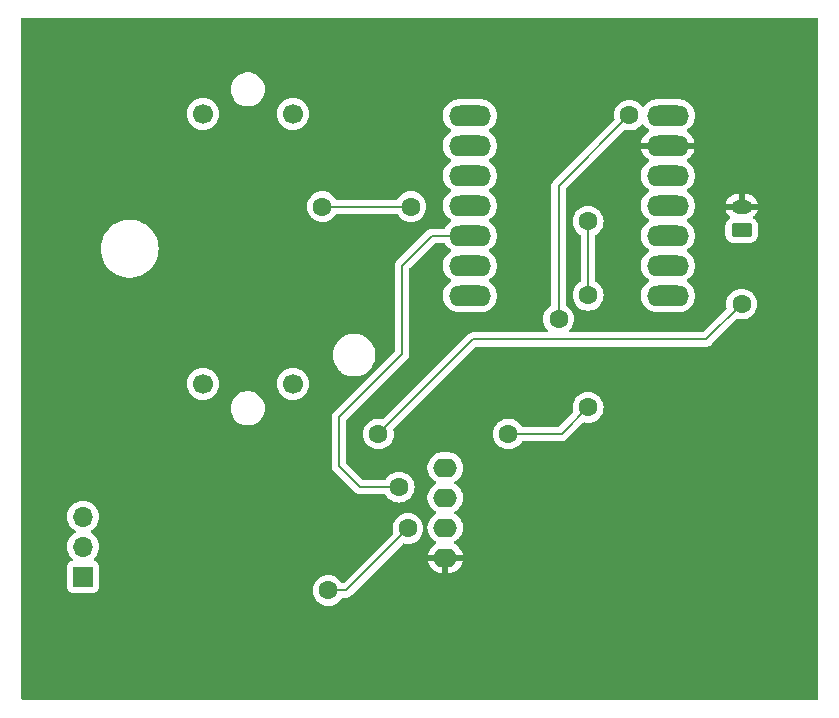
<source format=gbr>
%TF.GenerationSoftware,KiCad,Pcbnew,8.0.8*%
%TF.CreationDate,2025-02-12T17:19:00-08:00*%
%TF.ProjectId,Lab3v2,4c616233-7632-42e6-9b69-6361645f7063,V1*%
%TF.SameCoordinates,Original*%
%TF.FileFunction,Copper,L2,Bot*%
%TF.FilePolarity,Positive*%
%FSLAX46Y46*%
G04 Gerber Fmt 4.6, Leading zero omitted, Abs format (unit mm)*
G04 Created by KiCad (PCBNEW 8.0.8) date 2025-02-12 17:19:00*
%MOMM*%
%LPD*%
G01*
G04 APERTURE LIST*
G04 Aperture macros list*
%AMRoundRect*
0 Rectangle with rounded corners*
0 $1 Rounding radius*
0 $2 $3 $4 $5 $6 $7 $8 $9 X,Y pos of 4 corners*
0 Add a 4 corners polygon primitive as box body*
4,1,4,$2,$3,$4,$5,$6,$7,$8,$9,$2,$3,0*
0 Add four circle primitives for the rounded corners*
1,1,$1+$1,$2,$3*
1,1,$1+$1,$4,$5*
1,1,$1+$1,$6,$7*
1,1,$1+$1,$8,$9*
0 Add four rect primitives between the rounded corners*
20,1,$1+$1,$2,$3,$4,$5,0*
20,1,$1+$1,$4,$5,$6,$7,0*
20,1,$1+$1,$6,$7,$8,$9,0*
20,1,$1+$1,$8,$9,$2,$3,0*%
G04 Aperture macros list end*
%TA.AperFunction,ComponentPad*%
%ADD10R,1.700000X1.700000*%
%TD*%
%TA.AperFunction,ComponentPad*%
%ADD11O,1.700000X1.700000*%
%TD*%
%TA.AperFunction,ComponentPad*%
%ADD12O,2.000000X1.600000*%
%TD*%
%TA.AperFunction,ComponentPad*%
%ADD13C,1.700000*%
%TD*%
%TA.AperFunction,ComponentPad*%
%ADD14O,3.556000X1.778000*%
%TD*%
%TA.AperFunction,ComponentPad*%
%ADD15RoundRect,0.250000X0.625000X-0.350000X0.625000X0.350000X-0.625000X0.350000X-0.625000X-0.350000X0*%
%TD*%
%TA.AperFunction,ComponentPad*%
%ADD16O,1.750000X1.200000*%
%TD*%
%TA.AperFunction,ViaPad*%
%ADD17C,1.600000*%
%TD*%
%TA.AperFunction,Conductor*%
%ADD18C,0.200000*%
%TD*%
G04 APERTURE END LIST*
D10*
%TO.P,SW1,1,A*%
%TO.N,Net-(Brd1-VCC)*%
X109250000Y-115330000D03*
D11*
%TO.P,SW1,2,B*%
%TO.N,Net-(BT1-+)*%
X109250000Y-112790000D03*
%TO.P,SW1,3,C*%
%TO.N,unconnected-(SW1-C-Pad3)*%
X109250000Y-110250000D03*
%TD*%
D12*
%TO.P,Brd1,1,GND*%
%TO.N,GND*%
X139900000Y-113720000D03*
%TO.P,Brd1,2,VCC*%
%TO.N,Net-(Brd1-VCC)*%
X139900000Y-111180000D03*
%TO.P,Brd1,3,SCL*%
%TO.N,Net-(Brd1-SCL)*%
X139900000Y-108640000D03*
%TO.P,Brd1,4,SDA*%
%TO.N,Net-(Brd1-SDA)*%
X139900000Y-106100000D03*
%TD*%
D13*
%TO.P,M1,1*%
%TO.N,Net-(U3-PA02_A0_D0)*%
X119380000Y-76140000D03*
%TO.P,M1,2,-*%
%TO.N,Net-(M1--)*%
X127000000Y-76140000D03*
%TO.P,M1,3*%
%TO.N,Net-(U3-PA10_A2_D2)*%
X127000000Y-99000000D03*
%TO.P,M1,4*%
%TO.N,Net-(U3-PA11_A3_D3)*%
X119380000Y-99000000D03*
%TD*%
D14*
%TO.P,U3,1,PA02_A0_D0*%
%TO.N,Net-(U3-PA02_A0_D0)*%
X141998000Y-76300000D03*
%TO.P,U3,2,PA4_A1_D1*%
%TO.N,Net-(M1--)*%
X141998000Y-78840000D03*
%TO.P,U3,3,PA10_A2_D2*%
%TO.N,Net-(U3-PA10_A2_D2)*%
X141998000Y-81380000D03*
%TO.P,U3,4,PA11_A3_D3*%
%TO.N,Net-(U3-PA11_A3_D3)*%
X141998000Y-83920000D03*
%TO.P,U3,5,PA8_A4_D4_SDA*%
%TO.N,Net-(Brd1-SDA)*%
X141998000Y-86460000D03*
%TO.P,U3,6,PA9_A5_D5_SCL*%
%TO.N,Net-(Brd1-SCL)*%
X141998000Y-89000000D03*
%TO.P,U3,7,PB08_A6_D6_TX*%
%TO.N,unconnected-(U3-PB08_A6_D6_TX-Pad7)*%
X141998000Y-91540000D03*
%TO.P,U3,8,5V*%
%TO.N,Net-(Brd1-VCC)*%
X158762000Y-76300000D03*
%TO.P,U3,9,GND*%
%TO.N,GND*%
X158762000Y-78840000D03*
%TO.P,U3,10,3V3*%
%TO.N,unconnected-(U3-3V3-Pad10)*%
X158762000Y-81380000D03*
%TO.P,U3,11,PA6_A10_D10_MOSI*%
%TO.N,Net-(D4-A)*%
X158762000Y-83920000D03*
%TO.P,U3,12,PA5_A9_D9_MISO*%
%TO.N,unconnected-(U3-PA5_A9_D9_MISO-Pad12)*%
X158762000Y-86460000D03*
%TO.P,U3,13,PA7_A8_D8_SCK*%
%TO.N,unconnected-(U3-PA7_A8_D8_SCK-Pad13)*%
X158762000Y-89000000D03*
%TO.P,U3,14,PB09_A7_D7_RX*%
%TO.N,unconnected-(U3-PB09_A7_D7_RX-Pad14)*%
X158762000Y-91540000D03*
%TD*%
D15*
%TO.P,BT1,1,+*%
%TO.N,Net-(BT1-+)*%
X165000000Y-86000000D03*
D16*
%TO.P,BT1,2,-*%
%TO.N,GND*%
X165000000Y-84000000D03*
%TD*%
D17*
%TO.N,Net-(Brd1-SDA)*%
X136000000Y-107750000D03*
%TO.N,Net-(Brd1-SCL)*%
X152000000Y-85250000D03*
X152000000Y-91500000D03*
X145250000Y-103250000D03*
X152000000Y-101000000D03*
%TO.N,Net-(Brd1-VCC)*%
X149500000Y-93500000D03*
X155500000Y-76250000D03*
X130000000Y-116500000D03*
X136750000Y-111250000D03*
%TO.N,Net-(BT1-+)*%
X165000000Y-92250000D03*
X134250000Y-103250000D03*
%TO.N,Net-(U3-PA11_A3_D3)*%
X137000000Y-84000000D03*
X129500000Y-84000000D03*
%TD*%
D18*
%TO.N,Net-(Brd1-SCL)*%
X149750000Y-103250000D02*
X152000000Y-101000000D01*
X145250000Y-103250000D02*
X149750000Y-103250000D01*
%TO.N,Net-(BT1-+)*%
X162000000Y-95250000D02*
X165000000Y-92250000D01*
X142250000Y-95250000D02*
X162000000Y-95250000D01*
X134250000Y-103250000D02*
X142250000Y-95250000D01*
%TO.N,Net-(Brd1-SDA)*%
X136250000Y-96500000D02*
X136250000Y-89000000D01*
X136250000Y-89000000D02*
X138790000Y-86460000D01*
X138790000Y-86460000D02*
X142760000Y-86460000D01*
X130900000Y-101850000D02*
X136250000Y-96500000D01*
X136000000Y-107750000D02*
X132694365Y-107750000D01*
X132694365Y-107750000D02*
X130900000Y-105955635D01*
X130900000Y-105955635D02*
X130900000Y-101850000D01*
%TO.N,Net-(Brd1-SCL)*%
X152000000Y-91500000D02*
X152000000Y-85250000D01*
%TO.N,Net-(Brd1-VCC)*%
X149500000Y-82250000D02*
X155500000Y-76250000D01*
X149500000Y-93500000D02*
X149500000Y-82250000D01*
X131500000Y-116500000D02*
X136750000Y-111250000D01*
X130000000Y-116500000D02*
X131500000Y-116500000D01*
%TO.N,Net-(U3-PA11_A3_D3)*%
X129500000Y-84000000D02*
X137000000Y-84000000D01*
%TD*%
%TA.AperFunction,Conductor*%
%TO.N,GND*%
G36*
X171442539Y-68020185D02*
G01*
X171488294Y-68072989D01*
X171499500Y-68124500D01*
X171499500Y-125625500D01*
X171479815Y-125692539D01*
X171427011Y-125738294D01*
X171375500Y-125749500D01*
X104124500Y-125749500D01*
X104057461Y-125729815D01*
X104011706Y-125677011D01*
X104000500Y-125625500D01*
X104000500Y-110249999D01*
X107894341Y-110249999D01*
X107894341Y-110250000D01*
X107914936Y-110485403D01*
X107914938Y-110485413D01*
X107976094Y-110713655D01*
X107976096Y-110713659D01*
X107976097Y-110713663D01*
X108017990Y-110803502D01*
X108075965Y-110927830D01*
X108075967Y-110927834D01*
X108211501Y-111121395D01*
X108211506Y-111121402D01*
X108378597Y-111288493D01*
X108378603Y-111288498D01*
X108564158Y-111418425D01*
X108607783Y-111473002D01*
X108614977Y-111542500D01*
X108583454Y-111604855D01*
X108564158Y-111621575D01*
X108378597Y-111751505D01*
X108211505Y-111918597D01*
X108075965Y-112112169D01*
X108075964Y-112112171D01*
X107976098Y-112326335D01*
X107976094Y-112326344D01*
X107914938Y-112554586D01*
X107914936Y-112554596D01*
X107894341Y-112789999D01*
X107894341Y-112790000D01*
X107914936Y-113025403D01*
X107914938Y-113025413D01*
X107976094Y-113253655D01*
X107976096Y-113253659D01*
X107976097Y-113253663D01*
X108050394Y-113412993D01*
X108075965Y-113467830D01*
X108075967Y-113467834D01*
X108077484Y-113470000D01*
X108211501Y-113661396D01*
X108211506Y-113661402D01*
X108333430Y-113783326D01*
X108366915Y-113844649D01*
X108361931Y-113914341D01*
X108320059Y-113970274D01*
X108289083Y-113987189D01*
X108157669Y-114036203D01*
X108157664Y-114036206D01*
X108042455Y-114122452D01*
X108042452Y-114122455D01*
X107956206Y-114237664D01*
X107956202Y-114237671D01*
X107905908Y-114372517D01*
X107902809Y-114401349D01*
X107899501Y-114432123D01*
X107899500Y-114432135D01*
X107899500Y-116227870D01*
X107899501Y-116227876D01*
X107905908Y-116287483D01*
X107956202Y-116422328D01*
X107956206Y-116422335D01*
X108042452Y-116537544D01*
X108042455Y-116537547D01*
X108157664Y-116623793D01*
X108157671Y-116623797D01*
X108292517Y-116674091D01*
X108292516Y-116674091D01*
X108299444Y-116674835D01*
X108352127Y-116680500D01*
X110147872Y-116680499D01*
X110207483Y-116674091D01*
X110342331Y-116623796D01*
X110457546Y-116537546D01*
X110485654Y-116499998D01*
X128694532Y-116499998D01*
X128694532Y-116500001D01*
X128714364Y-116726686D01*
X128714366Y-116726697D01*
X128773258Y-116946488D01*
X128773261Y-116946497D01*
X128869431Y-117152732D01*
X128869432Y-117152734D01*
X128999954Y-117339141D01*
X129160858Y-117500045D01*
X129160861Y-117500047D01*
X129347266Y-117630568D01*
X129553504Y-117726739D01*
X129773308Y-117785635D01*
X129935230Y-117799801D01*
X129999998Y-117805468D01*
X130000000Y-117805468D01*
X130000002Y-117805468D01*
X130056673Y-117800509D01*
X130226692Y-117785635D01*
X130446496Y-117726739D01*
X130652734Y-117630568D01*
X130839139Y-117500047D01*
X131000047Y-117339139D01*
X131130118Y-117153375D01*
X131184693Y-117109752D01*
X131231692Y-117100500D01*
X131413331Y-117100500D01*
X131413347Y-117100501D01*
X131420943Y-117100501D01*
X131579054Y-117100501D01*
X131579057Y-117100501D01*
X131731785Y-117059577D01*
X131781904Y-117030639D01*
X131868716Y-116980520D01*
X131980520Y-116868716D01*
X131980520Y-116868714D01*
X131990728Y-116858507D01*
X131990730Y-116858504D01*
X136307294Y-112541939D01*
X136368615Y-112508456D01*
X136427066Y-112509847D01*
X136438050Y-112512790D01*
X136523308Y-112535635D01*
X136685230Y-112549801D01*
X136749998Y-112555468D01*
X136750000Y-112555468D01*
X136750002Y-112555468D01*
X136806673Y-112550509D01*
X136976692Y-112535635D01*
X137196496Y-112476739D01*
X137402734Y-112380568D01*
X137589139Y-112250047D01*
X137750047Y-112089139D01*
X137880568Y-111902734D01*
X137976739Y-111696496D01*
X138035635Y-111476692D01*
X138055468Y-111250000D01*
X138035635Y-111023308D01*
X137976739Y-110803504D01*
X137880568Y-110597266D01*
X137750047Y-110410861D01*
X137750045Y-110410858D01*
X137589141Y-110249954D01*
X137402734Y-110119432D01*
X137402732Y-110119431D01*
X137196497Y-110023261D01*
X137196488Y-110023258D01*
X136976697Y-109964366D01*
X136976693Y-109964365D01*
X136976692Y-109964365D01*
X136976691Y-109964364D01*
X136976686Y-109964364D01*
X136750002Y-109944532D01*
X136749998Y-109944532D01*
X136523313Y-109964364D01*
X136523302Y-109964366D01*
X136303511Y-110023258D01*
X136303502Y-110023261D01*
X136097267Y-110119431D01*
X136097265Y-110119432D01*
X135910858Y-110249954D01*
X135749954Y-110410858D01*
X135619432Y-110597265D01*
X135619431Y-110597267D01*
X135523261Y-110803502D01*
X135523258Y-110803511D01*
X135464366Y-111023302D01*
X135464364Y-111023313D01*
X135444532Y-111249998D01*
X135444532Y-111250001D01*
X135464364Y-111476686D01*
X135464366Y-111476697D01*
X135490152Y-111572931D01*
X135488489Y-111642781D01*
X135458058Y-111692705D01*
X131306281Y-115844483D01*
X131244958Y-115877968D01*
X131175266Y-115872984D01*
X131119333Y-115831112D01*
X131117025Y-115827925D01*
X131000045Y-115660858D01*
X130839141Y-115499954D01*
X130652734Y-115369432D01*
X130652732Y-115369431D01*
X130446497Y-115273261D01*
X130446488Y-115273258D01*
X130226697Y-115214366D01*
X130226693Y-115214365D01*
X130226692Y-115214365D01*
X130226691Y-115214364D01*
X130226686Y-115214364D01*
X130000002Y-115194532D01*
X129999998Y-115194532D01*
X129773313Y-115214364D01*
X129773302Y-115214366D01*
X129553511Y-115273258D01*
X129553502Y-115273261D01*
X129347267Y-115369431D01*
X129347265Y-115369432D01*
X129160858Y-115499954D01*
X128999954Y-115660858D01*
X128869432Y-115847265D01*
X128869431Y-115847267D01*
X128773261Y-116053502D01*
X128773258Y-116053511D01*
X128714366Y-116273302D01*
X128714364Y-116273313D01*
X128694532Y-116499998D01*
X110485654Y-116499998D01*
X110543796Y-116422331D01*
X110594091Y-116287483D01*
X110600500Y-116227873D01*
X110600499Y-114432128D01*
X110594091Y-114372517D01*
X110543796Y-114237669D01*
X110543795Y-114237668D01*
X110543793Y-114237664D01*
X110457547Y-114122455D01*
X110457544Y-114122452D01*
X110342335Y-114036206D01*
X110342328Y-114036202D01*
X110210917Y-113987189D01*
X110154983Y-113945318D01*
X110130566Y-113879853D01*
X110145418Y-113811580D01*
X110166563Y-113783332D01*
X110288495Y-113661401D01*
X110424035Y-113467830D01*
X110523903Y-113253663D01*
X110585063Y-113025408D01*
X110605659Y-112790000D01*
X110585063Y-112554592D01*
X110523903Y-112326337D01*
X110424035Y-112112171D01*
X110407910Y-112089141D01*
X110288494Y-111918597D01*
X110121402Y-111751506D01*
X110121396Y-111751501D01*
X109935842Y-111621575D01*
X109892217Y-111566998D01*
X109885023Y-111497500D01*
X109916546Y-111435145D01*
X109935842Y-111418425D01*
X109958026Y-111402891D01*
X110121401Y-111288495D01*
X110288495Y-111121401D01*
X110424035Y-110927830D01*
X110523903Y-110713663D01*
X110585063Y-110485408D01*
X110605659Y-110250000D01*
X110585063Y-110014592D01*
X110523903Y-109786337D01*
X110424035Y-109572171D01*
X110364552Y-109487219D01*
X110288494Y-109378597D01*
X110121402Y-109211506D01*
X110121395Y-109211501D01*
X109927834Y-109075967D01*
X109927830Y-109075965D01*
X109841338Y-109035633D01*
X109713663Y-108976097D01*
X109713659Y-108976096D01*
X109713655Y-108976094D01*
X109485413Y-108914938D01*
X109485403Y-108914936D01*
X109250001Y-108894341D01*
X109249999Y-108894341D01*
X109014596Y-108914936D01*
X109014586Y-108914938D01*
X108786344Y-108976094D01*
X108786337Y-108976096D01*
X108786337Y-108976097D01*
X108784960Y-108976739D01*
X108572171Y-109075964D01*
X108572169Y-109075965D01*
X108378597Y-109211505D01*
X108211505Y-109378597D01*
X108075965Y-109572169D01*
X108075964Y-109572171D01*
X107976098Y-109786335D01*
X107976094Y-109786344D01*
X107914938Y-110014586D01*
X107914936Y-110014596D01*
X107894341Y-110249999D01*
X104000500Y-110249999D01*
X104000500Y-106034689D01*
X130299498Y-106034689D01*
X130299499Y-106034692D01*
X130340423Y-106187420D01*
X130340424Y-106187422D01*
X130340423Y-106187422D01*
X130346844Y-106198542D01*
X130346845Y-106198543D01*
X130419477Y-106324347D01*
X130419481Y-106324352D01*
X130538349Y-106443220D01*
X130538355Y-106443225D01*
X132209504Y-108114374D01*
X132209514Y-108114385D01*
X132213844Y-108118715D01*
X132213845Y-108118716D01*
X132325649Y-108230520D01*
X132412460Y-108280639D01*
X132412462Y-108280641D01*
X132462578Y-108309576D01*
X132462580Y-108309577D01*
X132615307Y-108350500D01*
X132615308Y-108350500D01*
X134768308Y-108350500D01*
X134835347Y-108370185D01*
X134869880Y-108403374D01*
X134955480Y-108525624D01*
X134999954Y-108589141D01*
X135160858Y-108750045D01*
X135160861Y-108750047D01*
X135347266Y-108880568D01*
X135553504Y-108976739D01*
X135773308Y-109035635D01*
X135935230Y-109049801D01*
X135999998Y-109055468D01*
X136000000Y-109055468D01*
X136000002Y-109055468D01*
X136056673Y-109050509D01*
X136226692Y-109035635D01*
X136446496Y-108976739D01*
X136652734Y-108880568D01*
X136839139Y-108750047D01*
X137000047Y-108589139D01*
X137130568Y-108402734D01*
X137226739Y-108196496D01*
X137285635Y-107976692D01*
X137305468Y-107750000D01*
X137285635Y-107523308D01*
X137226739Y-107303504D01*
X137130568Y-107097266D01*
X137000047Y-106910861D01*
X137000045Y-106910858D01*
X136839141Y-106749954D01*
X136652734Y-106619432D01*
X136652732Y-106619431D01*
X136446497Y-106523261D01*
X136446488Y-106523258D01*
X136226697Y-106464366D01*
X136226693Y-106464365D01*
X136226692Y-106464365D01*
X136226691Y-106464364D01*
X136226686Y-106464364D01*
X136000002Y-106444532D01*
X135999998Y-106444532D01*
X135773313Y-106464364D01*
X135773302Y-106464366D01*
X135553511Y-106523258D01*
X135553502Y-106523261D01*
X135347267Y-106619431D01*
X135347265Y-106619432D01*
X135160858Y-106749954D01*
X134999954Y-106910858D01*
X134923450Y-107020118D01*
X134869881Y-107096624D01*
X134815307Y-107140248D01*
X134768308Y-107149500D01*
X132994462Y-107149500D01*
X132927423Y-107129815D01*
X132906781Y-107113181D01*
X131791248Y-105997648D01*
X138399500Y-105997648D01*
X138399500Y-106202351D01*
X138431522Y-106404534D01*
X138494781Y-106599223D01*
X138558691Y-106724653D01*
X138571583Y-106749954D01*
X138587715Y-106781613D01*
X138708028Y-106947213D01*
X138852786Y-107091971D01*
X139007749Y-107204556D01*
X139018390Y-107212287D01*
X139109840Y-107258883D01*
X139111080Y-107259515D01*
X139161876Y-107307490D01*
X139178671Y-107375311D01*
X139156134Y-107441446D01*
X139111080Y-107480485D01*
X139018386Y-107527715D01*
X138852786Y-107648028D01*
X138708028Y-107792786D01*
X138587715Y-107958386D01*
X138494781Y-108140776D01*
X138431522Y-108335465D01*
X138399500Y-108537648D01*
X138399500Y-108742352D01*
X138400719Y-108750047D01*
X138431522Y-108944534D01*
X138494781Y-109139223D01*
X138587715Y-109321613D01*
X138708028Y-109487213D01*
X138852786Y-109631971D01*
X139007749Y-109744556D01*
X139018390Y-109752287D01*
X139085213Y-109786335D01*
X139111080Y-109799515D01*
X139161876Y-109847490D01*
X139178671Y-109915311D01*
X139156134Y-109981446D01*
X139111080Y-110020485D01*
X139018386Y-110067715D01*
X138852786Y-110188028D01*
X138708028Y-110332786D01*
X138587715Y-110498386D01*
X138494781Y-110680776D01*
X138431522Y-110875465D01*
X138408106Y-111023313D01*
X138399500Y-111077648D01*
X138399500Y-111282352D01*
X138403878Y-111309995D01*
X138431522Y-111484534D01*
X138494781Y-111679223D01*
X138587715Y-111861613D01*
X138708028Y-112027213D01*
X138852786Y-112171971D01*
X138960248Y-112250045D01*
X139018390Y-112292287D01*
X139085213Y-112326335D01*
X139111629Y-112339795D01*
X139162425Y-112387770D01*
X139179220Y-112455591D01*
X139156682Y-112521726D01*
X139111629Y-112560765D01*
X139018650Y-112608140D01*
X138853105Y-112728417D01*
X138853104Y-112728417D01*
X138708417Y-112873104D01*
X138708417Y-112873105D01*
X138588140Y-113038650D01*
X138495244Y-113220970D01*
X138432009Y-113415586D01*
X138423391Y-113470000D01*
X139466988Y-113470000D01*
X139434075Y-113527007D01*
X139400000Y-113654174D01*
X139400000Y-113785826D01*
X139434075Y-113912993D01*
X139466988Y-113970000D01*
X138423391Y-113970000D01*
X138432009Y-114024413D01*
X138495244Y-114219029D01*
X138588140Y-114401349D01*
X138708417Y-114566894D01*
X138708417Y-114566895D01*
X138853104Y-114711582D01*
X139018650Y-114831859D01*
X139200968Y-114924755D01*
X139395582Y-114987990D01*
X139597683Y-115020000D01*
X139650000Y-115020000D01*
X139650000Y-114153012D01*
X139707007Y-114185925D01*
X139834174Y-114220000D01*
X139965826Y-114220000D01*
X140092993Y-114185925D01*
X140150000Y-114153012D01*
X140150000Y-115020000D01*
X140202317Y-115020000D01*
X140404417Y-114987990D01*
X140599031Y-114924755D01*
X140781349Y-114831859D01*
X140946894Y-114711582D01*
X140946895Y-114711582D01*
X141091582Y-114566895D01*
X141091582Y-114566894D01*
X141211859Y-114401349D01*
X141304755Y-114219029D01*
X141367990Y-114024413D01*
X141376609Y-113970000D01*
X140333012Y-113970000D01*
X140365925Y-113912993D01*
X140400000Y-113785826D01*
X140400000Y-113654174D01*
X140365925Y-113527007D01*
X140333012Y-113470000D01*
X141376609Y-113470000D01*
X141367990Y-113415586D01*
X141304755Y-113220970D01*
X141211859Y-113038650D01*
X141091582Y-112873105D01*
X141091582Y-112873104D01*
X140946895Y-112728417D01*
X140781349Y-112608140D01*
X140688370Y-112560765D01*
X140637574Y-112512790D01*
X140620779Y-112444969D01*
X140643316Y-112378835D01*
X140688370Y-112339795D01*
X140714769Y-112326344D01*
X140781610Y-112292287D01*
X140839752Y-112250045D01*
X140947213Y-112171971D01*
X140947215Y-112171968D01*
X140947219Y-112171966D01*
X141091966Y-112027219D01*
X141091968Y-112027215D01*
X141091971Y-112027213D01*
X141170884Y-111918597D01*
X141212287Y-111861610D01*
X141305220Y-111679219D01*
X141368477Y-111484534D01*
X141400500Y-111282352D01*
X141400500Y-111077648D01*
X141391892Y-111023302D01*
X141368477Y-110875465D01*
X141305218Y-110680776D01*
X141262666Y-110597265D01*
X141212287Y-110498390D01*
X141202851Y-110485403D01*
X141091971Y-110332786D01*
X140947213Y-110188028D01*
X140781614Y-110067715D01*
X140775006Y-110064348D01*
X140688917Y-110020483D01*
X140638123Y-109972511D01*
X140621328Y-109904690D01*
X140643865Y-109838555D01*
X140688917Y-109799516D01*
X140781610Y-109752287D01*
X140802770Y-109736913D01*
X140947213Y-109631971D01*
X140947215Y-109631968D01*
X140947219Y-109631966D01*
X141091966Y-109487219D01*
X141091968Y-109487215D01*
X141091971Y-109487213D01*
X141170884Y-109378597D01*
X141212287Y-109321610D01*
X141305220Y-109139219D01*
X141368477Y-108944534D01*
X141400500Y-108742352D01*
X141400500Y-108537648D01*
X141368477Y-108335466D01*
X141305220Y-108140781D01*
X141305218Y-108140778D01*
X141305218Y-108140776D01*
X141271503Y-108074607D01*
X141212287Y-107958390D01*
X141204556Y-107947749D01*
X141091971Y-107792786D01*
X140947213Y-107648028D01*
X140781614Y-107527715D01*
X140772953Y-107523302D01*
X140688917Y-107480483D01*
X140638123Y-107432511D01*
X140621328Y-107364690D01*
X140643865Y-107298555D01*
X140688917Y-107259516D01*
X140781610Y-107212287D01*
X140895124Y-107129815D01*
X140947213Y-107091971D01*
X140947215Y-107091968D01*
X140947219Y-107091966D01*
X141091966Y-106947219D01*
X141091968Y-106947215D01*
X141091971Y-106947213D01*
X141144732Y-106874590D01*
X141212287Y-106781610D01*
X141305220Y-106599219D01*
X141368477Y-106404534D01*
X141400500Y-106202352D01*
X141400500Y-105997648D01*
X141381324Y-105876578D01*
X141368477Y-105795465D01*
X141331576Y-105681896D01*
X141305220Y-105600781D01*
X141305218Y-105600778D01*
X141305218Y-105600776D01*
X141271503Y-105534607D01*
X141212287Y-105418390D01*
X141204556Y-105407749D01*
X141091971Y-105252786D01*
X140947213Y-105108028D01*
X140781613Y-104987715D01*
X140781612Y-104987714D01*
X140781610Y-104987713D01*
X140724653Y-104958691D01*
X140599223Y-104894781D01*
X140404534Y-104831522D01*
X140229995Y-104803878D01*
X140202352Y-104799500D01*
X139597648Y-104799500D01*
X139573329Y-104803351D01*
X139395465Y-104831522D01*
X139200776Y-104894781D01*
X139018386Y-104987715D01*
X138852786Y-105108028D01*
X138708028Y-105252786D01*
X138587715Y-105418386D01*
X138494781Y-105600776D01*
X138431522Y-105795465D01*
X138399500Y-105997648D01*
X131791248Y-105997648D01*
X131536819Y-105743219D01*
X131503334Y-105681896D01*
X131500500Y-105655538D01*
X131500500Y-103249998D01*
X132944532Y-103249998D01*
X132944532Y-103250001D01*
X132964364Y-103476686D01*
X132964366Y-103476697D01*
X133023258Y-103696488D01*
X133023261Y-103696497D01*
X133119431Y-103902732D01*
X133119432Y-103902734D01*
X133249954Y-104089141D01*
X133410858Y-104250045D01*
X133410861Y-104250047D01*
X133597266Y-104380568D01*
X133803504Y-104476739D01*
X134023308Y-104535635D01*
X134185230Y-104549801D01*
X134249998Y-104555468D01*
X134250000Y-104555468D01*
X134250002Y-104555468D01*
X134306673Y-104550509D01*
X134476692Y-104535635D01*
X134696496Y-104476739D01*
X134902734Y-104380568D01*
X135089139Y-104250047D01*
X135250047Y-104089139D01*
X135380568Y-103902734D01*
X135476739Y-103696496D01*
X135535635Y-103476692D01*
X135555468Y-103250000D01*
X135555468Y-103249998D01*
X143944532Y-103249998D01*
X143944532Y-103250001D01*
X143964364Y-103476686D01*
X143964366Y-103476697D01*
X144023258Y-103696488D01*
X144023261Y-103696497D01*
X144119431Y-103902732D01*
X144119432Y-103902734D01*
X144249954Y-104089141D01*
X144410858Y-104250045D01*
X144410861Y-104250047D01*
X144597266Y-104380568D01*
X144803504Y-104476739D01*
X145023308Y-104535635D01*
X145185230Y-104549801D01*
X145249998Y-104555468D01*
X145250000Y-104555468D01*
X145250002Y-104555468D01*
X145306673Y-104550509D01*
X145476692Y-104535635D01*
X145696496Y-104476739D01*
X145902734Y-104380568D01*
X146089139Y-104250047D01*
X146250047Y-104089139D01*
X146380118Y-103903375D01*
X146434693Y-103859752D01*
X146481692Y-103850500D01*
X149663331Y-103850500D01*
X149663347Y-103850501D01*
X149670943Y-103850501D01*
X149829054Y-103850501D01*
X149829057Y-103850501D01*
X149981785Y-103809577D01*
X150031904Y-103780639D01*
X150118716Y-103730520D01*
X150230520Y-103618716D01*
X150230520Y-103618714D01*
X150240728Y-103608507D01*
X150240730Y-103608504D01*
X151557294Y-102291939D01*
X151618615Y-102258456D01*
X151677066Y-102259847D01*
X151696604Y-102265082D01*
X151773308Y-102285635D01*
X151935230Y-102299801D01*
X151999998Y-102305468D01*
X152000000Y-102305468D01*
X152000002Y-102305468D01*
X152056673Y-102300509D01*
X152226692Y-102285635D01*
X152446496Y-102226739D01*
X152652734Y-102130568D01*
X152839139Y-102000047D01*
X153000047Y-101839139D01*
X153130568Y-101652734D01*
X153226739Y-101446496D01*
X153285635Y-101226692D01*
X153305468Y-101000000D01*
X153285635Y-100773308D01*
X153226739Y-100553504D01*
X153130568Y-100347266D01*
X153032839Y-100207693D01*
X153000045Y-100160858D01*
X152839141Y-99999954D01*
X152652734Y-99869432D01*
X152652732Y-99869431D01*
X152446497Y-99773261D01*
X152446488Y-99773258D01*
X152226697Y-99714366D01*
X152226693Y-99714365D01*
X152226692Y-99714365D01*
X152226691Y-99714364D01*
X152226686Y-99714364D01*
X152000002Y-99694532D01*
X151999998Y-99694532D01*
X151773313Y-99714364D01*
X151773302Y-99714366D01*
X151553511Y-99773258D01*
X151553502Y-99773261D01*
X151347267Y-99869431D01*
X151347265Y-99869432D01*
X151160858Y-99999954D01*
X150999954Y-100160858D01*
X150869432Y-100347265D01*
X150869431Y-100347267D01*
X150773261Y-100553502D01*
X150773258Y-100553511D01*
X150714366Y-100773302D01*
X150714364Y-100773313D01*
X150694532Y-100999998D01*
X150694532Y-101000001D01*
X150714364Y-101226686D01*
X150714366Y-101226697D01*
X150740152Y-101322931D01*
X150738489Y-101392781D01*
X150708058Y-101442705D01*
X149537584Y-102613181D01*
X149476261Y-102646666D01*
X149449903Y-102649500D01*
X146481692Y-102649500D01*
X146414653Y-102629815D01*
X146380119Y-102596625D01*
X146250047Y-102410861D01*
X146250045Y-102410858D01*
X146089141Y-102249954D01*
X145902734Y-102119432D01*
X145902732Y-102119431D01*
X145696497Y-102023261D01*
X145696488Y-102023258D01*
X145476697Y-101964366D01*
X145476693Y-101964365D01*
X145476692Y-101964365D01*
X145476691Y-101964364D01*
X145476686Y-101964364D01*
X145250002Y-101944532D01*
X145249998Y-101944532D01*
X145023313Y-101964364D01*
X145023302Y-101964366D01*
X144803511Y-102023258D01*
X144803502Y-102023261D01*
X144597267Y-102119431D01*
X144597265Y-102119432D01*
X144410858Y-102249954D01*
X144249954Y-102410858D01*
X144119432Y-102597265D01*
X144119431Y-102597267D01*
X144023261Y-102803502D01*
X144023258Y-102803511D01*
X143964366Y-103023302D01*
X143964364Y-103023313D01*
X143944532Y-103249998D01*
X135555468Y-103249998D01*
X135535635Y-103023308D01*
X135509847Y-102927066D01*
X135511510Y-102857217D01*
X135541939Y-102807294D01*
X142462416Y-95886819D01*
X142523739Y-95853334D01*
X142550097Y-95850500D01*
X161913331Y-95850500D01*
X161913347Y-95850501D01*
X161920943Y-95850501D01*
X162079054Y-95850501D01*
X162079057Y-95850501D01*
X162231785Y-95809577D01*
X162299468Y-95770500D01*
X162368716Y-95730520D01*
X162480520Y-95618716D01*
X162480520Y-95618714D01*
X162490724Y-95608511D01*
X162490728Y-95608506D01*
X164557294Y-93541939D01*
X164618615Y-93508456D01*
X164677066Y-93509847D01*
X164696604Y-93515082D01*
X164773308Y-93535635D01*
X164935230Y-93549801D01*
X164999998Y-93555468D01*
X165000000Y-93555468D01*
X165000002Y-93555468D01*
X165056673Y-93550509D01*
X165226692Y-93535635D01*
X165446496Y-93476739D01*
X165652734Y-93380568D01*
X165839139Y-93250047D01*
X166000047Y-93089139D01*
X166130568Y-92902734D01*
X166226739Y-92696496D01*
X166285635Y-92476692D01*
X166305468Y-92250000D01*
X166285635Y-92023308D01*
X166226739Y-91803504D01*
X166130568Y-91597266D01*
X166000047Y-91410861D01*
X166000045Y-91410858D01*
X165839141Y-91249954D01*
X165652734Y-91119432D01*
X165652732Y-91119431D01*
X165446497Y-91023261D01*
X165446488Y-91023258D01*
X165226697Y-90964366D01*
X165226693Y-90964365D01*
X165226692Y-90964365D01*
X165226691Y-90964364D01*
X165226686Y-90964364D01*
X165000002Y-90944532D01*
X164999998Y-90944532D01*
X164773313Y-90964364D01*
X164773302Y-90964366D01*
X164553511Y-91023258D01*
X164553502Y-91023261D01*
X164347267Y-91119431D01*
X164347265Y-91119432D01*
X164160858Y-91249954D01*
X163999954Y-91410858D01*
X163869432Y-91597265D01*
X163869431Y-91597267D01*
X163773261Y-91803502D01*
X163773258Y-91803511D01*
X163714366Y-92023302D01*
X163714364Y-92023313D01*
X163694532Y-92249998D01*
X163694532Y-92250001D01*
X163714364Y-92476686D01*
X163714366Y-92476697D01*
X163740152Y-92572931D01*
X163738489Y-92642781D01*
X163708058Y-92692705D01*
X161787584Y-94613181D01*
X161726261Y-94646666D01*
X161699903Y-94649500D01*
X150489049Y-94649500D01*
X150422010Y-94629815D01*
X150376255Y-94577011D01*
X150366311Y-94507853D01*
X150395336Y-94444297D01*
X150401368Y-94437819D01*
X150500045Y-94339141D01*
X150500047Y-94339139D01*
X150630568Y-94152734D01*
X150726739Y-93946496D01*
X150785635Y-93726692D01*
X150802634Y-93532384D01*
X150805468Y-93500001D01*
X150805468Y-93499998D01*
X150785635Y-93273313D01*
X150785635Y-93273308D01*
X150726739Y-93053504D01*
X150630568Y-92847266D01*
X150500047Y-92660861D01*
X150500045Y-92660858D01*
X150339140Y-92499953D01*
X150153377Y-92369881D01*
X150109752Y-92315304D01*
X150100500Y-92268306D01*
X150100500Y-85249998D01*
X150694532Y-85249998D01*
X150694532Y-85250001D01*
X150714364Y-85476686D01*
X150714366Y-85476697D01*
X150773258Y-85696488D01*
X150773261Y-85696497D01*
X150869431Y-85902732D01*
X150869432Y-85902734D01*
X150999954Y-86089141D01*
X151160858Y-86250045D01*
X151160861Y-86250047D01*
X151346624Y-86380118D01*
X151390248Y-86434693D01*
X151399500Y-86481692D01*
X151399500Y-90268306D01*
X151379815Y-90335345D01*
X151346623Y-90369881D01*
X151160859Y-90499953D01*
X150999954Y-90660858D01*
X150869432Y-90847265D01*
X150869431Y-90847267D01*
X150773261Y-91053502D01*
X150773258Y-91053511D01*
X150714366Y-91273302D01*
X150714364Y-91273313D01*
X150694532Y-91499998D01*
X150694532Y-91500001D01*
X150714364Y-91726686D01*
X150714366Y-91726697D01*
X150773258Y-91946488D01*
X150773261Y-91946497D01*
X150869431Y-92152732D01*
X150869432Y-92152734D01*
X150999954Y-92339141D01*
X151160858Y-92500045D01*
X151160861Y-92500047D01*
X151347266Y-92630568D01*
X151553504Y-92726739D01*
X151553509Y-92726740D01*
X151553511Y-92726741D01*
X151559729Y-92728407D01*
X151773308Y-92785635D01*
X151935230Y-92799801D01*
X151999998Y-92805468D01*
X152000000Y-92805468D01*
X152000002Y-92805468D01*
X152056673Y-92800509D01*
X152226692Y-92785635D01*
X152446496Y-92726739D01*
X152652734Y-92630568D01*
X152839139Y-92500047D01*
X153000047Y-92339139D01*
X153130568Y-92152734D01*
X153226739Y-91946496D01*
X153285635Y-91726692D01*
X153305468Y-91500000D01*
X153285635Y-91273308D01*
X153226739Y-91053504D01*
X153130568Y-90847266D01*
X153000047Y-90660861D01*
X153000045Y-90660858D01*
X152839140Y-90499953D01*
X152653377Y-90369881D01*
X152609752Y-90315304D01*
X152600500Y-90268306D01*
X152600500Y-86481692D01*
X152620185Y-86414653D01*
X152653374Y-86380119D01*
X152839139Y-86250047D01*
X153000047Y-86089139D01*
X153130568Y-85902734D01*
X153226739Y-85696496D01*
X153285635Y-85476692D01*
X153305468Y-85250000D01*
X153285635Y-85023308D01*
X153232551Y-84825193D01*
X153226741Y-84803511D01*
X153226738Y-84803502D01*
X153130568Y-84597266D01*
X153000047Y-84410861D01*
X153000045Y-84410858D01*
X152839141Y-84249954D01*
X152652734Y-84119432D01*
X152652732Y-84119431D01*
X152446497Y-84023261D01*
X152446488Y-84023258D01*
X152226697Y-83964366D01*
X152226693Y-83964365D01*
X152226692Y-83964365D01*
X152226691Y-83964364D01*
X152226686Y-83964364D01*
X152000002Y-83944532D01*
X151999998Y-83944532D01*
X151773313Y-83964364D01*
X151773302Y-83964366D01*
X151553511Y-84023258D01*
X151553502Y-84023261D01*
X151347267Y-84119431D01*
X151347265Y-84119432D01*
X151160858Y-84249954D01*
X150999954Y-84410858D01*
X150869432Y-84597265D01*
X150869431Y-84597267D01*
X150773261Y-84803502D01*
X150773258Y-84803511D01*
X150714366Y-85023302D01*
X150714364Y-85023313D01*
X150694532Y-85249998D01*
X150100500Y-85249998D01*
X150100500Y-82550096D01*
X150120185Y-82483057D01*
X150136814Y-82462420D01*
X155057294Y-77541939D01*
X155118615Y-77508456D01*
X155177066Y-77509847D01*
X155196604Y-77515082D01*
X155273308Y-77535635D01*
X155435230Y-77549801D01*
X155499998Y-77555468D01*
X155500000Y-77555468D01*
X155500002Y-77555468D01*
X155556673Y-77550509D01*
X155726692Y-77535635D01*
X155946496Y-77476739D01*
X156152734Y-77380568D01*
X156339139Y-77250047D01*
X156500047Y-77089139D01*
X156512611Y-77071194D01*
X156567186Y-77027568D01*
X156636685Y-77020373D01*
X156699040Y-77051893D01*
X156714506Y-77069430D01*
X156813142Y-77205193D01*
X156967802Y-77359853D01*
X156967807Y-77359857D01*
X157119394Y-77469991D01*
X157162060Y-77525320D01*
X157168039Y-77594934D01*
X157135434Y-77656729D01*
X157119394Y-77670627D01*
X156968133Y-77780524D01*
X156968128Y-77780528D01*
X156813528Y-77935128D01*
X156813524Y-77935133D01*
X156685023Y-78112001D01*
X156585762Y-78306808D01*
X156585761Y-78306811D01*
X156518201Y-78514741D01*
X156506282Y-78590000D01*
X157557749Y-78590000D01*
X157526619Y-78643919D01*
X157492000Y-78773120D01*
X157492000Y-78906880D01*
X157526619Y-79036081D01*
X157557749Y-79090000D01*
X156506282Y-79090000D01*
X156518201Y-79165258D01*
X156585761Y-79373188D01*
X156585762Y-79373191D01*
X156685023Y-79567998D01*
X156813524Y-79744866D01*
X156813528Y-79744871D01*
X156968128Y-79899471D01*
X156968133Y-79899475D01*
X157119394Y-80009372D01*
X157162060Y-80064701D01*
X157168039Y-80134315D01*
X157135434Y-80196110D01*
X157119394Y-80210008D01*
X156967807Y-80320142D01*
X156967802Y-80320146D01*
X156813142Y-80474806D01*
X156684595Y-80651739D01*
X156585298Y-80846616D01*
X156585297Y-80846619D01*
X156517714Y-81054623D01*
X156483500Y-81270638D01*
X156483500Y-81489361D01*
X156517714Y-81705376D01*
X156585297Y-81913380D01*
X156585298Y-81913381D01*
X156684595Y-82108260D01*
X156813142Y-82285193D01*
X156967806Y-82439857D01*
X157118969Y-82549682D01*
X157161635Y-82605011D01*
X157167614Y-82674625D01*
X157135009Y-82736420D01*
X157118969Y-82750318D01*
X156967806Y-82860142D01*
X156813142Y-83014806D01*
X156684595Y-83191739D01*
X156585298Y-83386616D01*
X156585297Y-83386619D01*
X156517714Y-83594623D01*
X156483500Y-83810638D01*
X156483500Y-84029361D01*
X156517714Y-84245376D01*
X156585297Y-84453380D01*
X156585298Y-84453383D01*
X156648043Y-84576524D01*
X156670289Y-84620185D01*
X156684595Y-84648260D01*
X156813142Y-84825193D01*
X156967806Y-84979857D01*
X157118969Y-85089682D01*
X157161635Y-85145011D01*
X157167614Y-85214625D01*
X157135009Y-85276420D01*
X157118969Y-85290318D01*
X156967806Y-85400142D01*
X156813142Y-85554806D01*
X156684595Y-85731739D01*
X156585298Y-85926616D01*
X156585297Y-85926619D01*
X156517714Y-86134623D01*
X156483500Y-86350638D01*
X156483500Y-86569361D01*
X156517714Y-86785376D01*
X156585297Y-86993380D01*
X156585298Y-86993383D01*
X156684595Y-87188260D01*
X156813142Y-87365193D01*
X156967806Y-87519857D01*
X157118969Y-87629682D01*
X157161635Y-87685011D01*
X157167614Y-87754625D01*
X157135009Y-87816420D01*
X157118969Y-87830318D01*
X156967806Y-87940142D01*
X156813142Y-88094806D01*
X156684595Y-88271739D01*
X156585298Y-88466616D01*
X156585297Y-88466619D01*
X156517714Y-88674623D01*
X156483500Y-88890638D01*
X156483500Y-89109361D01*
X156517714Y-89325376D01*
X156585297Y-89533380D01*
X156585298Y-89533383D01*
X156684595Y-89728260D01*
X156813142Y-89905193D01*
X156967806Y-90059857D01*
X157118969Y-90169682D01*
X157161635Y-90225011D01*
X157167614Y-90294625D01*
X157135009Y-90356420D01*
X157118969Y-90370318D01*
X156967806Y-90480142D01*
X156813142Y-90634806D01*
X156684595Y-90811739D01*
X156585298Y-91006616D01*
X156585297Y-91006619D01*
X156517714Y-91214623D01*
X156483500Y-91430638D01*
X156483500Y-91649361D01*
X156517714Y-91865376D01*
X156585297Y-92073380D01*
X156585298Y-92073383D01*
X156684595Y-92268260D01*
X156813142Y-92445193D01*
X156967806Y-92599857D01*
X157095603Y-92692705D01*
X157144743Y-92728407D01*
X157272132Y-92793315D01*
X157339616Y-92827701D01*
X157339619Y-92827702D01*
X157443621Y-92861493D01*
X157547625Y-92895286D01*
X157647672Y-92911132D01*
X157763639Y-92929500D01*
X157763644Y-92929500D01*
X159760361Y-92929500D01*
X159865082Y-92912912D01*
X159976375Y-92895286D01*
X160184383Y-92827701D01*
X160379257Y-92728407D01*
X160513922Y-92630568D01*
X160556193Y-92599857D01*
X160556195Y-92599854D01*
X160556199Y-92599852D01*
X160710852Y-92445199D01*
X160710854Y-92445195D01*
X160710857Y-92445193D01*
X160767229Y-92367601D01*
X160839407Y-92268257D01*
X160938701Y-92073383D01*
X161006286Y-91865375D01*
X161023912Y-91754082D01*
X161040500Y-91649361D01*
X161040500Y-91430638D01*
X161015580Y-91273308D01*
X161006286Y-91214625D01*
X160953938Y-91053511D01*
X160938702Y-91006619D01*
X160938701Y-91006616D01*
X160904315Y-90939132D01*
X160839407Y-90811743D01*
X160831147Y-90800374D01*
X160710857Y-90634806D01*
X160556199Y-90480148D01*
X160556191Y-90480142D01*
X160405028Y-90370316D01*
X160362364Y-90314989D01*
X160356385Y-90245376D01*
X160388990Y-90183580D01*
X160405023Y-90169686D01*
X160556199Y-90059852D01*
X160710852Y-89905199D01*
X160710854Y-89905195D01*
X160710857Y-89905193D01*
X160793340Y-89791663D01*
X160839407Y-89728257D01*
X160938701Y-89533383D01*
X161006286Y-89325375D01*
X161024177Y-89212416D01*
X161040500Y-89109361D01*
X161040500Y-88890638D01*
X161018678Y-88752867D01*
X161006286Y-88674625D01*
X160955877Y-88519480D01*
X160938702Y-88466619D01*
X160938701Y-88466616D01*
X160904315Y-88399132D01*
X160839407Y-88271743D01*
X160830792Y-88259886D01*
X160710857Y-88094806D01*
X160556199Y-87940148D01*
X160556191Y-87940142D01*
X160405028Y-87830316D01*
X160362364Y-87774989D01*
X160356385Y-87705376D01*
X160388990Y-87643580D01*
X160405023Y-87629686D01*
X160556199Y-87519852D01*
X160710852Y-87365199D01*
X160710854Y-87365195D01*
X160710857Y-87365193D01*
X160785638Y-87262264D01*
X160839407Y-87188257D01*
X160938701Y-86993383D01*
X161006286Y-86785375D01*
X161025174Y-86666120D01*
X161040500Y-86569361D01*
X161040500Y-86350638D01*
X161020595Y-86224971D01*
X161006286Y-86134625D01*
X160955877Y-85979480D01*
X160938702Y-85926619D01*
X160938701Y-85926616D01*
X160870005Y-85791795D01*
X160839407Y-85731743D01*
X160831147Y-85720374D01*
X160743679Y-85599983D01*
X163624500Y-85599983D01*
X163624500Y-86400001D01*
X163624501Y-86400019D01*
X163635000Y-86502796D01*
X163635001Y-86502799D01*
X163657058Y-86569361D01*
X163690186Y-86669334D01*
X163782288Y-86818656D01*
X163906344Y-86942712D01*
X164055666Y-87034814D01*
X164222203Y-87089999D01*
X164324991Y-87100500D01*
X165675008Y-87100499D01*
X165777797Y-87089999D01*
X165944334Y-87034814D01*
X166093656Y-86942712D01*
X166217712Y-86818656D01*
X166309814Y-86669334D01*
X166364999Y-86502797D01*
X166375500Y-86400009D01*
X166375499Y-85599992D01*
X166364999Y-85497203D01*
X166309814Y-85330666D01*
X166217712Y-85181344D01*
X166093656Y-85057288D01*
X166093655Y-85057287D01*
X166038565Y-85023308D01*
X166029018Y-85017419D01*
X165982294Y-84965472D01*
X165971071Y-84896510D01*
X165998914Y-84832428D01*
X166006434Y-84824199D01*
X166114035Y-84716598D01*
X166215804Y-84576524D01*
X166294408Y-84422255D01*
X166347914Y-84257584D01*
X166349115Y-84250000D01*
X165280330Y-84250000D01*
X165300075Y-84230255D01*
X165349444Y-84144745D01*
X165375000Y-84049370D01*
X165375000Y-83950630D01*
X165349444Y-83855255D01*
X165300075Y-83769745D01*
X165280330Y-83750000D01*
X166349115Y-83750000D01*
X166349115Y-83749999D01*
X166347914Y-83742415D01*
X166294408Y-83577744D01*
X166215804Y-83423475D01*
X166114032Y-83283397D01*
X165991602Y-83160967D01*
X165851524Y-83059195D01*
X165697257Y-82980591D01*
X165532584Y-82927085D01*
X165361571Y-82900000D01*
X165250000Y-82900000D01*
X165250000Y-83719670D01*
X165230255Y-83699925D01*
X165144745Y-83650556D01*
X165049370Y-83625000D01*
X164950630Y-83625000D01*
X164855255Y-83650556D01*
X164769745Y-83699925D01*
X164750000Y-83719670D01*
X164750000Y-82900000D01*
X164638429Y-82900000D01*
X164467415Y-82927085D01*
X164302742Y-82980591D01*
X164148475Y-83059195D01*
X164008397Y-83160967D01*
X163885967Y-83283397D01*
X163784195Y-83423475D01*
X163705591Y-83577744D01*
X163652085Y-83742415D01*
X163650884Y-83749999D01*
X163650885Y-83750000D01*
X164719670Y-83750000D01*
X164699925Y-83769745D01*
X164650556Y-83855255D01*
X164625000Y-83950630D01*
X164625000Y-84049370D01*
X164650556Y-84144745D01*
X164699925Y-84230255D01*
X164719670Y-84250000D01*
X163650885Y-84250000D01*
X163652085Y-84257584D01*
X163705591Y-84422255D01*
X163784195Y-84576524D01*
X163885967Y-84716602D01*
X163993565Y-84824200D01*
X164027050Y-84885523D01*
X164022066Y-84955215D01*
X163980194Y-85011148D01*
X163970983Y-85017418D01*
X163961435Y-85023308D01*
X163906342Y-85057289D01*
X163782289Y-85181342D01*
X163690187Y-85330663D01*
X163690185Y-85330668D01*
X163684330Y-85348337D01*
X163635001Y-85497203D01*
X163635001Y-85497204D01*
X163635000Y-85497204D01*
X163624500Y-85599983D01*
X160743679Y-85599983D01*
X160710857Y-85554806D01*
X160556199Y-85400148D01*
X160556191Y-85400142D01*
X160405028Y-85290316D01*
X160362364Y-85234989D01*
X160356385Y-85165376D01*
X160388990Y-85103580D01*
X160405023Y-85089686D01*
X160556199Y-84979852D01*
X160710852Y-84825199D01*
X160710854Y-84825195D01*
X160710857Y-84825193D01*
X160789752Y-84716602D01*
X160839407Y-84648257D01*
X160938701Y-84453383D01*
X161006286Y-84245375D01*
X161026234Y-84119431D01*
X161040500Y-84029361D01*
X161040500Y-83810638D01*
X161020595Y-83684971D01*
X161006286Y-83594625D01*
X160938701Y-83386617D01*
X160938701Y-83386616D01*
X160886107Y-83283397D01*
X160839407Y-83191743D01*
X160816968Y-83160858D01*
X160710857Y-83014806D01*
X160556199Y-82860148D01*
X160556191Y-82860142D01*
X160405028Y-82750316D01*
X160362364Y-82694989D01*
X160356385Y-82625376D01*
X160388990Y-82563580D01*
X160405023Y-82549686D01*
X160556199Y-82439852D01*
X160710852Y-82285199D01*
X160710854Y-82285195D01*
X160710857Y-82285193D01*
X160793863Y-82170943D01*
X160839407Y-82108257D01*
X160938701Y-81913383D01*
X161006286Y-81705375D01*
X161023912Y-81594082D01*
X161040500Y-81489361D01*
X161040500Y-81270638D01*
X161020595Y-81144971D01*
X161006286Y-81054625D01*
X160938701Y-80846617D01*
X160938701Y-80846616D01*
X160904315Y-80779132D01*
X160839407Y-80651743D01*
X160831147Y-80640374D01*
X160710857Y-80474806D01*
X160556197Y-80320146D01*
X160556192Y-80320142D01*
X160404605Y-80210008D01*
X160361939Y-80154678D01*
X160355960Y-80085065D01*
X160388565Y-80023270D01*
X160404605Y-80009371D01*
X160555873Y-79899469D01*
X160710471Y-79744871D01*
X160710475Y-79744866D01*
X160838976Y-79567998D01*
X160938237Y-79373191D01*
X160938238Y-79373188D01*
X161005798Y-79165258D01*
X161017718Y-79090000D01*
X158442251Y-79090000D01*
X158473381Y-79036081D01*
X158508000Y-78906880D01*
X158508000Y-78773120D01*
X158473381Y-78643919D01*
X158442251Y-78590000D01*
X161017718Y-78590000D01*
X161005798Y-78514741D01*
X160938238Y-78306811D01*
X160938237Y-78306808D01*
X160838976Y-78112001D01*
X160710475Y-77935133D01*
X160710471Y-77935128D01*
X160555871Y-77780528D01*
X160555866Y-77780524D01*
X160404605Y-77670627D01*
X160361939Y-77615297D01*
X160355960Y-77545684D01*
X160388565Y-77483889D01*
X160404599Y-77469994D01*
X160556199Y-77359852D01*
X160710852Y-77205199D01*
X160710854Y-77205195D01*
X160710857Y-77205193D01*
X160795174Y-77089139D01*
X160839407Y-77028257D01*
X160938701Y-76833383D01*
X161006286Y-76625375D01*
X161023912Y-76514082D01*
X161040500Y-76409361D01*
X161040500Y-76190638D01*
X161013997Y-76023313D01*
X161006286Y-75974625D01*
X160972493Y-75870621D01*
X160938702Y-75766619D01*
X160938701Y-75766616D01*
X160892700Y-75676335D01*
X160839407Y-75571743D01*
X160802177Y-75520500D01*
X160710857Y-75394806D01*
X160556193Y-75240142D01*
X160379260Y-75111595D01*
X160379259Y-75111594D01*
X160379257Y-75111593D01*
X160316825Y-75079782D01*
X160184383Y-75012298D01*
X160184380Y-75012297D01*
X159976376Y-74944714D01*
X159760361Y-74910500D01*
X159760356Y-74910500D01*
X157763644Y-74910500D01*
X157763639Y-74910500D01*
X157547623Y-74944714D01*
X157339619Y-75012297D01*
X157339616Y-75012298D01*
X157144739Y-75111595D01*
X156967806Y-75240142D01*
X156813146Y-75394802D01*
X156750162Y-75481493D01*
X156694832Y-75524158D01*
X156625219Y-75530137D01*
X156563424Y-75497531D01*
X156548274Y-75479737D01*
X156500047Y-75410861D01*
X156500044Y-75410858D01*
X156500042Y-75410855D01*
X156339141Y-75249954D01*
X156152734Y-75119432D01*
X156152732Y-75119431D01*
X155946497Y-75023261D01*
X155946488Y-75023258D01*
X155726697Y-74964366D01*
X155726693Y-74964365D01*
X155726692Y-74964365D01*
X155726691Y-74964364D01*
X155726686Y-74964364D01*
X155500002Y-74944532D01*
X155499998Y-74944532D01*
X155273313Y-74964364D01*
X155273302Y-74964366D01*
X155053511Y-75023258D01*
X155053502Y-75023261D01*
X154847267Y-75119431D01*
X154847265Y-75119432D01*
X154660858Y-75249954D01*
X154499954Y-75410858D01*
X154369432Y-75597265D01*
X154369431Y-75597267D01*
X154273261Y-75803502D01*
X154273258Y-75803511D01*
X154214366Y-76023302D01*
X154214364Y-76023313D01*
X154194532Y-76249998D01*
X154194532Y-76250001D01*
X154214364Y-76476686D01*
X154214366Y-76476697D01*
X154240152Y-76572931D01*
X154238489Y-76642781D01*
X154208058Y-76692705D01*
X149131286Y-81769478D01*
X149019481Y-81881282D01*
X149019477Y-81881287D01*
X149000950Y-81913380D01*
X149000948Y-81913383D01*
X148940423Y-82018215D01*
X148899499Y-82170943D01*
X148899499Y-82170945D01*
X148899499Y-82339046D01*
X148899500Y-82339059D01*
X148899500Y-92268306D01*
X148879815Y-92335345D01*
X148846623Y-92369881D01*
X148660859Y-92499953D01*
X148499954Y-92660858D01*
X148369432Y-92847265D01*
X148369431Y-92847267D01*
X148273263Y-93053500D01*
X148273258Y-93053511D01*
X148214366Y-93273302D01*
X148214364Y-93273313D01*
X148194532Y-93499998D01*
X148194532Y-93500001D01*
X148214364Y-93726686D01*
X148214366Y-93726697D01*
X148273258Y-93946488D01*
X148273261Y-93946497D01*
X148369431Y-94152732D01*
X148369432Y-94152734D01*
X148499954Y-94339141D01*
X148598632Y-94437819D01*
X148632117Y-94499142D01*
X148627133Y-94568834D01*
X148585261Y-94624767D01*
X148519797Y-94649184D01*
X148510951Y-94649500D01*
X142170940Y-94649500D01*
X142130019Y-94660464D01*
X142130019Y-94660465D01*
X142092751Y-94670451D01*
X142018214Y-94690423D01*
X142018209Y-94690426D01*
X141881290Y-94769475D01*
X141881282Y-94769481D01*
X141769478Y-94881286D01*
X134692705Y-101958058D01*
X134631382Y-101991543D01*
X134572931Y-101990152D01*
X134476697Y-101964366D01*
X134476693Y-101964365D01*
X134476692Y-101964365D01*
X134476691Y-101964364D01*
X134476686Y-101964364D01*
X134250002Y-101944532D01*
X134249998Y-101944532D01*
X134023313Y-101964364D01*
X134023302Y-101964366D01*
X133803511Y-102023258D01*
X133803502Y-102023261D01*
X133597267Y-102119431D01*
X133597265Y-102119432D01*
X133410858Y-102249954D01*
X133249954Y-102410858D01*
X133119432Y-102597265D01*
X133119431Y-102597267D01*
X133023261Y-102803502D01*
X133023258Y-102803511D01*
X132964366Y-103023302D01*
X132964364Y-103023313D01*
X132944532Y-103249998D01*
X131500500Y-103249998D01*
X131500500Y-102150097D01*
X131520185Y-102083058D01*
X131536819Y-102062416D01*
X133979735Y-99619500D01*
X136730520Y-96868716D01*
X136809577Y-96731784D01*
X136850501Y-96579057D01*
X136850501Y-96420942D01*
X136850501Y-96413347D01*
X136850500Y-96413329D01*
X136850500Y-89300097D01*
X136870185Y-89233058D01*
X136886819Y-89212416D01*
X139002416Y-87096819D01*
X139063739Y-87063334D01*
X139090097Y-87060500D01*
X139779510Y-87060500D01*
X139846549Y-87080185D01*
X139889995Y-87128205D01*
X139920595Y-87188260D01*
X140049142Y-87365193D01*
X140203806Y-87519857D01*
X140354969Y-87629682D01*
X140397635Y-87685011D01*
X140403614Y-87754625D01*
X140371009Y-87816420D01*
X140354969Y-87830318D01*
X140203806Y-87940142D01*
X140049142Y-88094806D01*
X139920595Y-88271739D01*
X139821298Y-88466616D01*
X139821297Y-88466619D01*
X139753714Y-88674623D01*
X139719500Y-88890638D01*
X139719500Y-89109361D01*
X139753714Y-89325376D01*
X139821297Y-89533380D01*
X139821298Y-89533383D01*
X139920595Y-89728260D01*
X140049142Y-89905193D01*
X140203806Y-90059857D01*
X140354969Y-90169682D01*
X140397635Y-90225011D01*
X140403614Y-90294625D01*
X140371009Y-90356420D01*
X140354969Y-90370318D01*
X140203806Y-90480142D01*
X140049142Y-90634806D01*
X139920595Y-90811739D01*
X139821298Y-91006616D01*
X139821297Y-91006619D01*
X139753714Y-91214623D01*
X139719500Y-91430638D01*
X139719500Y-91649361D01*
X139753714Y-91865376D01*
X139821297Y-92073380D01*
X139821298Y-92073383D01*
X139920595Y-92268260D01*
X140049142Y-92445193D01*
X140203806Y-92599857D01*
X140331603Y-92692705D01*
X140380743Y-92728407D01*
X140508132Y-92793315D01*
X140575616Y-92827701D01*
X140575619Y-92827702D01*
X140679621Y-92861493D01*
X140783625Y-92895286D01*
X140883672Y-92911132D01*
X140999639Y-92929500D01*
X140999644Y-92929500D01*
X142996361Y-92929500D01*
X143101082Y-92912912D01*
X143212375Y-92895286D01*
X143420383Y-92827701D01*
X143615257Y-92728407D01*
X143749922Y-92630568D01*
X143792193Y-92599857D01*
X143792195Y-92599854D01*
X143792199Y-92599852D01*
X143946852Y-92445199D01*
X143946854Y-92445195D01*
X143946857Y-92445193D01*
X144003229Y-92367601D01*
X144075407Y-92268257D01*
X144174701Y-92073383D01*
X144242286Y-91865375D01*
X144259912Y-91754082D01*
X144276500Y-91649361D01*
X144276500Y-91430638D01*
X144251580Y-91273308D01*
X144242286Y-91214625D01*
X144189938Y-91053511D01*
X144174702Y-91006619D01*
X144174701Y-91006616D01*
X144140315Y-90939132D01*
X144075407Y-90811743D01*
X144067147Y-90800374D01*
X143946857Y-90634806D01*
X143792199Y-90480148D01*
X143792191Y-90480142D01*
X143641028Y-90370316D01*
X143598364Y-90314989D01*
X143592385Y-90245376D01*
X143624990Y-90183580D01*
X143641023Y-90169686D01*
X143792199Y-90059852D01*
X143946852Y-89905199D01*
X143946854Y-89905195D01*
X143946857Y-89905193D01*
X144029340Y-89791663D01*
X144075407Y-89728257D01*
X144174701Y-89533383D01*
X144242286Y-89325375D01*
X144260177Y-89212416D01*
X144276500Y-89109361D01*
X144276500Y-88890638D01*
X144254678Y-88752867D01*
X144242286Y-88674625D01*
X144191877Y-88519480D01*
X144174702Y-88466619D01*
X144174701Y-88466616D01*
X144140315Y-88399132D01*
X144075407Y-88271743D01*
X144066792Y-88259886D01*
X143946857Y-88094806D01*
X143792199Y-87940148D01*
X143792191Y-87940142D01*
X143641028Y-87830316D01*
X143598364Y-87774989D01*
X143592385Y-87705376D01*
X143624990Y-87643580D01*
X143641023Y-87629686D01*
X143792199Y-87519852D01*
X143946852Y-87365199D01*
X143946854Y-87365195D01*
X143946857Y-87365193D01*
X144021638Y-87262264D01*
X144075407Y-87188257D01*
X144174701Y-86993383D01*
X144242286Y-86785375D01*
X144261174Y-86666120D01*
X144276500Y-86569361D01*
X144276500Y-86350638D01*
X144256595Y-86224971D01*
X144242286Y-86134625D01*
X144191877Y-85979480D01*
X144174702Y-85926619D01*
X144174701Y-85926616D01*
X144106005Y-85791795D01*
X144075407Y-85731743D01*
X144067147Y-85720374D01*
X143946857Y-85554806D01*
X143792199Y-85400148D01*
X143792191Y-85400142D01*
X143641028Y-85290316D01*
X143598364Y-85234989D01*
X143592385Y-85165376D01*
X143624990Y-85103580D01*
X143641023Y-85089686D01*
X143792199Y-84979852D01*
X143946852Y-84825199D01*
X143946854Y-84825195D01*
X143946857Y-84825193D01*
X144025752Y-84716602D01*
X144075407Y-84648257D01*
X144174701Y-84453383D01*
X144242286Y-84245375D01*
X144262234Y-84119431D01*
X144276500Y-84029361D01*
X144276500Y-83810638D01*
X144256595Y-83684971D01*
X144242286Y-83594625D01*
X144174701Y-83386617D01*
X144174701Y-83386616D01*
X144122107Y-83283397D01*
X144075407Y-83191743D01*
X144052968Y-83160858D01*
X143946857Y-83014806D01*
X143792199Y-82860148D01*
X143792191Y-82860142D01*
X143641028Y-82750316D01*
X143598364Y-82694989D01*
X143592385Y-82625376D01*
X143624990Y-82563580D01*
X143641023Y-82549686D01*
X143792199Y-82439852D01*
X143946852Y-82285199D01*
X143946854Y-82285195D01*
X143946857Y-82285193D01*
X144029863Y-82170943D01*
X144075407Y-82108257D01*
X144174701Y-81913383D01*
X144242286Y-81705375D01*
X144259912Y-81594082D01*
X144276500Y-81489361D01*
X144276500Y-81270638D01*
X144256595Y-81144971D01*
X144242286Y-81054625D01*
X144174701Y-80846617D01*
X144174701Y-80846616D01*
X144140315Y-80779132D01*
X144075407Y-80651743D01*
X144067147Y-80640374D01*
X143946857Y-80474806D01*
X143792199Y-80320148D01*
X143792191Y-80320142D01*
X143641028Y-80210316D01*
X143598364Y-80154989D01*
X143592385Y-80085376D01*
X143624990Y-80023580D01*
X143641023Y-80009686D01*
X143792199Y-79899852D01*
X143946852Y-79745199D01*
X143946854Y-79745195D01*
X143946857Y-79745193D01*
X144003229Y-79667601D01*
X144075407Y-79568257D01*
X144174701Y-79373383D01*
X144242286Y-79165375D01*
X144262764Y-79036081D01*
X144276500Y-78949361D01*
X144276500Y-78730638D01*
X144254224Y-78590000D01*
X144242286Y-78514625D01*
X144194197Y-78366619D01*
X144174702Y-78306619D01*
X144174701Y-78306616D01*
X144140315Y-78239132D01*
X144075407Y-78111743D01*
X144067147Y-78100374D01*
X143946857Y-77934806D01*
X143792199Y-77780148D01*
X143792191Y-77780142D01*
X143641028Y-77670316D01*
X143598364Y-77614989D01*
X143592385Y-77545376D01*
X143624990Y-77483580D01*
X143641023Y-77469686D01*
X143792199Y-77359852D01*
X143946852Y-77205199D01*
X143946854Y-77205195D01*
X143946857Y-77205193D01*
X144031174Y-77089139D01*
X144075407Y-77028257D01*
X144174701Y-76833383D01*
X144242286Y-76625375D01*
X144259912Y-76514082D01*
X144276500Y-76409361D01*
X144276500Y-76190638D01*
X144249997Y-76023313D01*
X144242286Y-75974625D01*
X144208493Y-75870621D01*
X144174702Y-75766619D01*
X144174701Y-75766616D01*
X144128700Y-75676335D01*
X144075407Y-75571743D01*
X144038177Y-75520500D01*
X143946857Y-75394806D01*
X143792193Y-75240142D01*
X143615260Y-75111595D01*
X143615259Y-75111594D01*
X143615257Y-75111593D01*
X143552825Y-75079782D01*
X143420383Y-75012298D01*
X143420380Y-75012297D01*
X143212376Y-74944714D01*
X142996361Y-74910500D01*
X142996356Y-74910500D01*
X140999644Y-74910500D01*
X140999639Y-74910500D01*
X140783623Y-74944714D01*
X140575619Y-75012297D01*
X140575616Y-75012298D01*
X140380739Y-75111595D01*
X140203806Y-75240142D01*
X140049142Y-75394806D01*
X139920595Y-75571739D01*
X139821298Y-75766616D01*
X139821297Y-75766619D01*
X139753714Y-75974623D01*
X139719500Y-76190638D01*
X139719500Y-76409361D01*
X139753714Y-76625376D01*
X139821297Y-76833380D01*
X139821298Y-76833383D01*
X139888782Y-76965825D01*
X139912004Y-77011401D01*
X139920595Y-77028260D01*
X140049142Y-77205193D01*
X140203806Y-77359857D01*
X140354969Y-77469682D01*
X140397635Y-77525011D01*
X140403614Y-77594625D01*
X140371009Y-77656420D01*
X140354969Y-77670318D01*
X140203806Y-77780142D01*
X140049142Y-77934806D01*
X139920595Y-78111739D01*
X139821298Y-78306616D01*
X139821297Y-78306619D01*
X139753714Y-78514623D01*
X139719500Y-78730638D01*
X139719500Y-78949361D01*
X139753714Y-79165376D01*
X139821297Y-79373380D01*
X139821298Y-79373383D01*
X139888782Y-79505825D01*
X139920461Y-79567998D01*
X139920595Y-79568260D01*
X140049142Y-79745193D01*
X140203806Y-79899857D01*
X140354969Y-80009682D01*
X140397635Y-80065011D01*
X140403614Y-80134625D01*
X140371009Y-80196420D01*
X140354969Y-80210318D01*
X140203806Y-80320142D01*
X140049142Y-80474806D01*
X139920595Y-80651739D01*
X139821298Y-80846616D01*
X139821297Y-80846619D01*
X139753714Y-81054623D01*
X139719500Y-81270638D01*
X139719500Y-81489361D01*
X139753714Y-81705376D01*
X139821297Y-81913380D01*
X139821298Y-81913381D01*
X139920595Y-82108260D01*
X140049142Y-82285193D01*
X140203806Y-82439857D01*
X140354969Y-82549682D01*
X140397635Y-82605011D01*
X140403614Y-82674625D01*
X140371009Y-82736420D01*
X140354969Y-82750318D01*
X140203806Y-82860142D01*
X140049142Y-83014806D01*
X139920595Y-83191739D01*
X139821298Y-83386616D01*
X139821297Y-83386619D01*
X139753714Y-83594623D01*
X139719500Y-83810638D01*
X139719500Y-84029361D01*
X139753714Y-84245376D01*
X139821297Y-84453380D01*
X139821298Y-84453383D01*
X139884043Y-84576524D01*
X139906289Y-84620185D01*
X139920595Y-84648260D01*
X140049142Y-84825193D01*
X140203806Y-84979857D01*
X140354969Y-85089682D01*
X140397635Y-85145011D01*
X140403614Y-85214625D01*
X140371009Y-85276420D01*
X140354969Y-85290318D01*
X140203806Y-85400142D01*
X140049142Y-85554806D01*
X139920595Y-85731739D01*
X139889995Y-85791795D01*
X139842020Y-85842591D01*
X139779510Y-85859500D01*
X138710940Y-85859500D01*
X138670019Y-85870464D01*
X138670019Y-85870465D01*
X138632751Y-85880451D01*
X138558214Y-85900423D01*
X138558209Y-85900426D01*
X138421290Y-85979475D01*
X138421282Y-85979481D01*
X135769481Y-88631282D01*
X135769475Y-88631290D01*
X135726441Y-88705829D01*
X135726441Y-88705831D01*
X135690423Y-88768214D01*
X135676781Y-88819124D01*
X135649499Y-88920943D01*
X135649499Y-88920945D01*
X135649499Y-89089046D01*
X135649500Y-89089059D01*
X135649500Y-96199902D01*
X135629815Y-96266941D01*
X135613181Y-96287583D01*
X130419482Y-101481281D01*
X130419480Y-101481283D01*
X130408267Y-101500705D01*
X130400058Y-101514925D01*
X130340423Y-101618215D01*
X130299499Y-101770943D01*
X130299499Y-101770945D01*
X130299499Y-101939046D01*
X130299500Y-101939059D01*
X130299500Y-105868965D01*
X130299499Y-105868983D01*
X130299499Y-106034689D01*
X130299498Y-106034689D01*
X104000500Y-106034689D01*
X104000500Y-101069994D01*
X121734529Y-101069994D01*
X121734529Y-101070005D01*
X121754379Y-101309559D01*
X121813389Y-101542589D01*
X121909951Y-101762729D01*
X121915318Y-101770943D01*
X122041429Y-101963969D01*
X122204236Y-102140825D01*
X122204239Y-102140827D01*
X122204242Y-102140830D01*
X122393924Y-102288466D01*
X122393930Y-102288470D01*
X122393933Y-102288472D01*
X122605344Y-102402882D01*
X122605347Y-102402883D01*
X122832699Y-102480933D01*
X122832701Y-102480933D01*
X122832703Y-102480934D01*
X123069808Y-102520500D01*
X123069809Y-102520500D01*
X123310191Y-102520500D01*
X123310192Y-102520500D01*
X123547297Y-102480934D01*
X123774656Y-102402882D01*
X123986067Y-102288472D01*
X124022845Y-102259847D01*
X124163851Y-102150097D01*
X124175764Y-102140825D01*
X124338571Y-101963969D01*
X124470049Y-101762728D01*
X124566610Y-101542591D01*
X124625620Y-101309563D01*
X124645471Y-101070000D01*
X124639670Y-100999998D01*
X124625620Y-100830440D01*
X124625620Y-100830437D01*
X124566610Y-100597409D01*
X124470049Y-100377272D01*
X124455928Y-100355659D01*
X124338572Y-100176033D01*
X124338571Y-100176031D01*
X124175764Y-99999175D01*
X124175759Y-99999171D01*
X124175757Y-99999169D01*
X123986075Y-99851533D01*
X123986069Y-99851529D01*
X123774657Y-99737118D01*
X123774652Y-99737116D01*
X123547300Y-99659066D01*
X123369468Y-99629391D01*
X123310192Y-99619500D01*
X123069808Y-99619500D01*
X123022387Y-99627413D01*
X122832699Y-99659066D01*
X122605347Y-99737116D01*
X122605342Y-99737118D01*
X122393930Y-99851529D01*
X122393924Y-99851533D01*
X122204242Y-99999169D01*
X122204239Y-99999172D01*
X122041430Y-100176029D01*
X122041427Y-100176033D01*
X121909951Y-100377270D01*
X121813389Y-100597410D01*
X121754379Y-100830440D01*
X121734529Y-101069994D01*
X104000500Y-101069994D01*
X104000500Y-98999999D01*
X118024341Y-98999999D01*
X118024341Y-99000000D01*
X118044936Y-99235403D01*
X118044938Y-99235413D01*
X118106094Y-99463655D01*
X118106096Y-99463659D01*
X118106097Y-99463663D01*
X118178765Y-99619500D01*
X118205965Y-99677830D01*
X118205967Y-99677834D01*
X118314281Y-99832521D01*
X118341505Y-99871401D01*
X118508599Y-100038495D01*
X118605384Y-100106265D01*
X118702165Y-100174032D01*
X118702167Y-100174033D01*
X118702170Y-100174035D01*
X118916337Y-100273903D01*
X119144592Y-100335063D01*
X119332918Y-100351539D01*
X119379999Y-100355659D01*
X119380000Y-100355659D01*
X119380001Y-100355659D01*
X119419234Y-100352226D01*
X119615408Y-100335063D01*
X119843663Y-100273903D01*
X120057830Y-100174035D01*
X120251401Y-100038495D01*
X120418495Y-99871401D01*
X120554035Y-99677830D01*
X120653903Y-99463663D01*
X120715063Y-99235408D01*
X120735659Y-99000000D01*
X120735659Y-98999999D01*
X125644341Y-98999999D01*
X125644341Y-99000000D01*
X125664936Y-99235403D01*
X125664938Y-99235413D01*
X125726094Y-99463655D01*
X125726096Y-99463659D01*
X125726097Y-99463663D01*
X125798765Y-99619500D01*
X125825965Y-99677830D01*
X125825967Y-99677834D01*
X125934281Y-99832521D01*
X125961505Y-99871401D01*
X126128599Y-100038495D01*
X126225384Y-100106265D01*
X126322165Y-100174032D01*
X126322167Y-100174033D01*
X126322170Y-100174035D01*
X126536337Y-100273903D01*
X126764592Y-100335063D01*
X126952918Y-100351539D01*
X126999999Y-100355659D01*
X127000000Y-100355659D01*
X127000001Y-100355659D01*
X127039234Y-100352226D01*
X127235408Y-100335063D01*
X127463663Y-100273903D01*
X127677830Y-100174035D01*
X127871401Y-100038495D01*
X128038495Y-99871401D01*
X128174035Y-99677830D01*
X128273903Y-99463663D01*
X128335063Y-99235408D01*
X128355659Y-99000000D01*
X128335063Y-98764592D01*
X128273903Y-98536337D01*
X128174035Y-98322171D01*
X128124018Y-98250738D01*
X128038494Y-98128597D01*
X127871402Y-97961506D01*
X127871395Y-97961501D01*
X127677834Y-97825967D01*
X127677830Y-97825965D01*
X127618041Y-97798085D01*
X127463663Y-97726097D01*
X127463659Y-97726096D01*
X127463655Y-97726094D01*
X127235413Y-97664938D01*
X127235403Y-97664936D01*
X127000001Y-97644341D01*
X126999999Y-97644341D01*
X126764596Y-97664936D01*
X126764586Y-97664938D01*
X126536344Y-97726094D01*
X126536335Y-97726098D01*
X126322171Y-97825964D01*
X126322169Y-97825965D01*
X126128597Y-97961505D01*
X125961505Y-98128597D01*
X125825965Y-98322169D01*
X125825964Y-98322171D01*
X125726098Y-98536335D01*
X125726094Y-98536344D01*
X125664938Y-98764586D01*
X125664936Y-98764596D01*
X125644341Y-98999999D01*
X120735659Y-98999999D01*
X120715063Y-98764592D01*
X120653903Y-98536337D01*
X120554035Y-98322171D01*
X120504018Y-98250738D01*
X120418494Y-98128597D01*
X120251402Y-97961506D01*
X120251395Y-97961501D01*
X120057834Y-97825967D01*
X120057830Y-97825965D01*
X119998041Y-97798085D01*
X119843663Y-97726097D01*
X119843659Y-97726096D01*
X119843655Y-97726094D01*
X119615413Y-97664938D01*
X119615403Y-97664936D01*
X119380001Y-97644341D01*
X119379999Y-97644341D01*
X119144596Y-97664936D01*
X119144586Y-97664938D01*
X118916344Y-97726094D01*
X118916335Y-97726098D01*
X118702171Y-97825964D01*
X118702169Y-97825965D01*
X118508597Y-97961505D01*
X118341505Y-98128597D01*
X118205965Y-98322169D01*
X118205964Y-98322171D01*
X118106098Y-98536335D01*
X118106094Y-98536344D01*
X118044938Y-98764586D01*
X118044936Y-98764596D01*
X118024341Y-98999999D01*
X104000500Y-98999999D01*
X104000500Y-96569995D01*
X130384451Y-96569995D01*
X130384451Y-96570004D01*
X130404616Y-96839101D01*
X130464664Y-97102188D01*
X130464666Y-97102195D01*
X130563257Y-97353398D01*
X130698185Y-97587102D01*
X130809028Y-97726094D01*
X130866442Y-97798089D01*
X131042560Y-97961501D01*
X131064259Y-97981635D01*
X131287226Y-98133651D01*
X131530359Y-98250738D01*
X131788228Y-98330280D01*
X131788229Y-98330280D01*
X131788232Y-98330281D01*
X132055063Y-98370499D01*
X132055068Y-98370499D01*
X132055071Y-98370500D01*
X132055072Y-98370500D01*
X132324928Y-98370500D01*
X132324929Y-98370500D01*
X132324936Y-98370499D01*
X132591767Y-98330281D01*
X132591768Y-98330280D01*
X132591772Y-98330280D01*
X132849641Y-98250738D01*
X133092775Y-98133651D01*
X133315741Y-97981635D01*
X133483511Y-97825967D01*
X133513557Y-97798089D01*
X133513557Y-97798087D01*
X133513561Y-97798085D01*
X133681815Y-97587102D01*
X133816743Y-97353398D01*
X133915334Y-97102195D01*
X133975383Y-96839103D01*
X133983425Y-96731784D01*
X133995549Y-96570004D01*
X133995549Y-96569995D01*
X133975383Y-96300898D01*
X133967633Y-96266941D01*
X133915334Y-96037805D01*
X133816743Y-95786602D01*
X133681815Y-95552898D01*
X133513561Y-95341915D01*
X133513560Y-95341914D01*
X133513557Y-95341910D01*
X133315741Y-95158365D01*
X133092775Y-95006349D01*
X133092769Y-95006346D01*
X133092768Y-95006345D01*
X133092767Y-95006344D01*
X132849643Y-94889263D01*
X132849645Y-94889263D01*
X132591773Y-94809720D01*
X132591767Y-94809718D01*
X132324936Y-94769500D01*
X132324929Y-94769500D01*
X132055071Y-94769500D01*
X132055063Y-94769500D01*
X131788232Y-94809718D01*
X131788226Y-94809720D01*
X131530358Y-94889262D01*
X131287230Y-95006346D01*
X131064258Y-95158365D01*
X130866442Y-95341910D01*
X130698185Y-95552898D01*
X130563258Y-95786599D01*
X130563256Y-95786603D01*
X130464666Y-96037804D01*
X130464664Y-96037811D01*
X130404616Y-96300898D01*
X130384451Y-96569995D01*
X104000500Y-96569995D01*
X104000500Y-87569994D01*
X110734655Y-87569994D01*
X110734655Y-87570005D01*
X110754014Y-87877725D01*
X110754015Y-87877732D01*
X110811795Y-88180623D01*
X110907078Y-88473874D01*
X110907080Y-88473879D01*
X111038362Y-88752867D01*
X111038366Y-88752873D01*
X111203577Y-89013206D01*
X111203579Y-89013209D01*
X111203584Y-89013216D01*
X111400131Y-89250799D01*
X111400132Y-89250800D01*
X111624902Y-89461874D01*
X111624912Y-89461882D01*
X111874348Y-89643108D01*
X111874353Y-89643110D01*
X111874360Y-89643116D01*
X112144565Y-89791663D01*
X112144570Y-89791665D01*
X112144572Y-89791666D01*
X112144573Y-89791667D01*
X112431253Y-89905171D01*
X112431256Y-89905172D01*
X112729910Y-89981853D01*
X112729914Y-89981854D01*
X112794091Y-89989961D01*
X113035816Y-90020499D01*
X113035825Y-90020499D01*
X113035828Y-90020500D01*
X113035830Y-90020500D01*
X113344170Y-90020500D01*
X113344172Y-90020500D01*
X113344175Y-90020499D01*
X113344183Y-90020499D01*
X113526722Y-89997438D01*
X113650086Y-89981854D01*
X113948743Y-89905172D01*
X113948746Y-89905171D01*
X114235426Y-89791667D01*
X114235427Y-89791666D01*
X114235425Y-89791666D01*
X114235435Y-89791663D01*
X114505640Y-89643116D01*
X114755096Y-89461876D01*
X114979869Y-89250799D01*
X115176416Y-89013216D01*
X115341635Y-88752871D01*
X115472922Y-88473873D01*
X115568206Y-88180619D01*
X115625984Y-87877736D01*
X115625985Y-87877725D01*
X115645345Y-87570005D01*
X115645345Y-87569994D01*
X115625985Y-87262274D01*
X115625984Y-87262267D01*
X115625984Y-87262264D01*
X115568206Y-86959381D01*
X115472922Y-86666127D01*
X115472919Y-86666120D01*
X115341637Y-86387132D01*
X115341633Y-86387126D01*
X115176422Y-86126793D01*
X115176420Y-86126791D01*
X115176416Y-86126784D01*
X114979869Y-85889201D01*
X114755096Y-85678124D01*
X114755093Y-85678122D01*
X114755087Y-85678117D01*
X114505651Y-85496891D01*
X114505644Y-85496886D01*
X114505640Y-85496884D01*
X114235435Y-85348337D01*
X114235432Y-85348335D01*
X114235427Y-85348333D01*
X114235426Y-85348332D01*
X113948746Y-85234828D01*
X113948743Y-85234827D01*
X113650089Y-85158146D01*
X113650076Y-85158144D01*
X113344183Y-85119500D01*
X113344172Y-85119500D01*
X113035828Y-85119500D01*
X113035816Y-85119500D01*
X112729923Y-85158144D01*
X112729910Y-85158146D01*
X112431256Y-85234827D01*
X112431253Y-85234828D01*
X112144573Y-85348332D01*
X112144572Y-85348333D01*
X111874360Y-85496884D01*
X111874348Y-85496891D01*
X111624912Y-85678117D01*
X111624902Y-85678125D01*
X111400132Y-85889199D01*
X111325449Y-85979475D01*
X111232953Y-86091284D01*
X111203577Y-86126793D01*
X111038366Y-86387126D01*
X111038362Y-86387132D01*
X110907080Y-86666120D01*
X110907078Y-86666125D01*
X110811795Y-86959376D01*
X110754015Y-87262267D01*
X110754014Y-87262274D01*
X110734655Y-87569994D01*
X104000500Y-87569994D01*
X104000500Y-83999998D01*
X128194532Y-83999998D01*
X128194532Y-84000001D01*
X128214364Y-84226686D01*
X128214366Y-84226697D01*
X128273258Y-84446488D01*
X128273261Y-84446497D01*
X128369431Y-84652732D01*
X128369432Y-84652734D01*
X128499954Y-84839141D01*
X128660858Y-85000045D01*
X128660861Y-85000047D01*
X128847266Y-85130568D01*
X129053504Y-85226739D01*
X129053509Y-85226740D01*
X129053511Y-85226741D01*
X129106415Y-85240916D01*
X129273308Y-85285635D01*
X129435230Y-85299801D01*
X129499998Y-85305468D01*
X129500000Y-85305468D01*
X129500002Y-85305468D01*
X129556673Y-85300509D01*
X129726692Y-85285635D01*
X129946496Y-85226739D01*
X130152734Y-85130568D01*
X130339139Y-85000047D01*
X130500047Y-84839139D01*
X130630118Y-84653375D01*
X130684693Y-84609752D01*
X130731692Y-84600500D01*
X135768308Y-84600500D01*
X135835347Y-84620185D01*
X135869880Y-84653374D01*
X135955480Y-84775624D01*
X135999954Y-84839141D01*
X136160858Y-85000045D01*
X136160861Y-85000047D01*
X136347266Y-85130568D01*
X136553504Y-85226739D01*
X136553509Y-85226740D01*
X136553511Y-85226741D01*
X136606415Y-85240916D01*
X136773308Y-85285635D01*
X136935230Y-85299801D01*
X136999998Y-85305468D01*
X137000000Y-85305468D01*
X137000002Y-85305468D01*
X137056673Y-85300509D01*
X137226692Y-85285635D01*
X137446496Y-85226739D01*
X137652734Y-85130568D01*
X137839139Y-85000047D01*
X138000047Y-84839139D01*
X138130568Y-84652734D01*
X138226739Y-84446496D01*
X138285635Y-84226692D01*
X138305468Y-84000000D01*
X138302350Y-83964366D01*
X138285635Y-83773313D01*
X138285635Y-83773308D01*
X138226739Y-83553504D01*
X138130568Y-83347266D01*
X138000047Y-83160861D01*
X138000045Y-83160858D01*
X137839141Y-82999954D01*
X137652734Y-82869432D01*
X137652732Y-82869431D01*
X137446497Y-82773261D01*
X137446488Y-82773258D01*
X137226697Y-82714366D01*
X137226693Y-82714365D01*
X137226692Y-82714365D01*
X137226691Y-82714364D01*
X137226686Y-82714364D01*
X137000002Y-82694532D01*
X136999998Y-82694532D01*
X136773313Y-82714364D01*
X136773302Y-82714366D01*
X136553511Y-82773258D01*
X136553502Y-82773261D01*
X136347267Y-82869431D01*
X136347265Y-82869432D01*
X136160858Y-82999954D01*
X135999954Y-83160858D01*
X135978329Y-83191743D01*
X135869881Y-83346624D01*
X135815307Y-83390248D01*
X135768308Y-83399500D01*
X130731692Y-83399500D01*
X130664653Y-83379815D01*
X130630119Y-83346625D01*
X130500047Y-83160861D01*
X130500045Y-83160858D01*
X130339141Y-82999954D01*
X130152734Y-82869432D01*
X130152732Y-82869431D01*
X129946497Y-82773261D01*
X129946488Y-82773258D01*
X129726697Y-82714366D01*
X129726693Y-82714365D01*
X129726692Y-82714365D01*
X129726691Y-82714364D01*
X129726686Y-82714364D01*
X129500002Y-82694532D01*
X129499998Y-82694532D01*
X129273313Y-82714364D01*
X129273302Y-82714366D01*
X129053511Y-82773258D01*
X129053502Y-82773261D01*
X128847267Y-82869431D01*
X128847265Y-82869432D01*
X128660858Y-82999954D01*
X128499954Y-83160858D01*
X128369432Y-83347265D01*
X128369431Y-83347267D01*
X128273261Y-83553502D01*
X128273258Y-83553511D01*
X128214366Y-83773302D01*
X128214364Y-83773313D01*
X128194532Y-83999998D01*
X104000500Y-83999998D01*
X104000500Y-76139999D01*
X118024341Y-76139999D01*
X118024341Y-76140000D01*
X118044936Y-76375403D01*
X118044938Y-76375413D01*
X118106094Y-76603655D01*
X118106096Y-76603659D01*
X118106097Y-76603663D01*
X118147618Y-76692705D01*
X118205965Y-76817830D01*
X118205967Y-76817834D01*
X118216853Y-76833380D01*
X118341505Y-77011401D01*
X118508599Y-77178495D01*
X118605384Y-77246265D01*
X118702165Y-77314032D01*
X118702167Y-77314033D01*
X118702170Y-77314035D01*
X118916337Y-77413903D01*
X119144592Y-77475063D01*
X119330383Y-77491318D01*
X119379999Y-77495659D01*
X119380000Y-77495659D01*
X119380001Y-77495659D01*
X119419234Y-77492226D01*
X119615408Y-77475063D01*
X119843663Y-77413903D01*
X120057830Y-77314035D01*
X120251401Y-77178495D01*
X120418495Y-77011401D01*
X120554035Y-76817830D01*
X120653903Y-76603663D01*
X120715063Y-76375408D01*
X120735659Y-76140000D01*
X120735659Y-76139999D01*
X125644341Y-76139999D01*
X125644341Y-76140000D01*
X125664936Y-76375403D01*
X125664938Y-76375413D01*
X125726094Y-76603655D01*
X125726096Y-76603659D01*
X125726097Y-76603663D01*
X125767618Y-76692705D01*
X125825965Y-76817830D01*
X125825967Y-76817834D01*
X125836853Y-76833380D01*
X125961505Y-77011401D01*
X126128599Y-77178495D01*
X126225384Y-77246265D01*
X126322165Y-77314032D01*
X126322167Y-77314033D01*
X126322170Y-77314035D01*
X126536337Y-77413903D01*
X126764592Y-77475063D01*
X126950383Y-77491318D01*
X126999999Y-77495659D01*
X127000000Y-77495659D01*
X127000001Y-77495659D01*
X127039234Y-77492226D01*
X127235408Y-77475063D01*
X127463663Y-77413903D01*
X127677830Y-77314035D01*
X127871401Y-77178495D01*
X128038495Y-77011401D01*
X128174035Y-76817830D01*
X128273903Y-76603663D01*
X128335063Y-76375408D01*
X128355659Y-76140000D01*
X128335063Y-75904592D01*
X128273903Y-75676337D01*
X128174035Y-75462171D01*
X128138106Y-75410858D01*
X128038494Y-75268597D01*
X127871402Y-75101506D01*
X127871395Y-75101501D01*
X127677834Y-74965967D01*
X127677830Y-74965965D01*
X127558885Y-74910500D01*
X127463663Y-74866097D01*
X127463659Y-74866096D01*
X127463655Y-74866094D01*
X127235413Y-74804938D01*
X127235403Y-74804936D01*
X127000001Y-74784341D01*
X126999999Y-74784341D01*
X126764596Y-74804936D01*
X126764586Y-74804938D01*
X126536344Y-74866094D01*
X126536335Y-74866098D01*
X126322171Y-74965964D01*
X126322169Y-74965965D01*
X126128597Y-75101505D01*
X125961505Y-75268597D01*
X125825965Y-75462169D01*
X125825964Y-75462171D01*
X125726098Y-75676335D01*
X125726094Y-75676344D01*
X125664938Y-75904586D01*
X125664936Y-75904596D01*
X125644341Y-76139999D01*
X120735659Y-76139999D01*
X120715063Y-75904592D01*
X120653903Y-75676337D01*
X120554035Y-75462171D01*
X120518106Y-75410858D01*
X120418494Y-75268597D01*
X120251402Y-75101506D01*
X120251395Y-75101501D01*
X120057834Y-74965967D01*
X120057830Y-74965965D01*
X119938885Y-74910500D01*
X119843663Y-74866097D01*
X119843659Y-74866096D01*
X119843655Y-74866094D01*
X119615413Y-74804938D01*
X119615403Y-74804936D01*
X119380001Y-74784341D01*
X119379999Y-74784341D01*
X119144596Y-74804936D01*
X119144586Y-74804938D01*
X118916344Y-74866094D01*
X118916335Y-74866098D01*
X118702171Y-74965964D01*
X118702169Y-74965965D01*
X118508597Y-75101505D01*
X118341505Y-75268597D01*
X118205965Y-75462169D01*
X118205964Y-75462171D01*
X118106098Y-75676335D01*
X118106094Y-75676344D01*
X118044938Y-75904586D01*
X118044936Y-75904596D01*
X118024341Y-76139999D01*
X104000500Y-76139999D01*
X104000500Y-74069994D01*
X121734529Y-74069994D01*
X121734529Y-74070005D01*
X121754379Y-74309559D01*
X121813389Y-74542589D01*
X121909951Y-74762729D01*
X121977486Y-74866098D01*
X122041429Y-74963969D01*
X122204236Y-75140825D01*
X122204239Y-75140827D01*
X122204242Y-75140830D01*
X122393924Y-75288466D01*
X122393930Y-75288470D01*
X122393933Y-75288472D01*
X122605344Y-75402882D01*
X122605347Y-75402883D01*
X122832699Y-75480933D01*
X122832701Y-75480933D01*
X122832703Y-75480934D01*
X123069808Y-75520500D01*
X123069809Y-75520500D01*
X123310191Y-75520500D01*
X123310192Y-75520500D01*
X123547297Y-75480934D01*
X123774656Y-75402882D01*
X123986067Y-75288472D01*
X124011603Y-75268597D01*
X124049768Y-75238891D01*
X124175764Y-75140825D01*
X124338571Y-74963969D01*
X124470049Y-74762728D01*
X124566610Y-74542591D01*
X124625620Y-74309563D01*
X124645471Y-74070000D01*
X124625620Y-73830437D01*
X124566610Y-73597409D01*
X124470049Y-73377272D01*
X124338571Y-73176031D01*
X124175764Y-72999175D01*
X124175759Y-72999171D01*
X124175757Y-72999169D01*
X123986075Y-72851533D01*
X123986069Y-72851529D01*
X123774657Y-72737118D01*
X123774652Y-72737116D01*
X123547300Y-72659066D01*
X123369468Y-72629391D01*
X123310192Y-72619500D01*
X123069808Y-72619500D01*
X123022387Y-72627413D01*
X122832699Y-72659066D01*
X122605347Y-72737116D01*
X122605342Y-72737118D01*
X122393930Y-72851529D01*
X122393924Y-72851533D01*
X122204242Y-72999169D01*
X122204239Y-72999172D01*
X122041430Y-73176029D01*
X122041427Y-73176033D01*
X121909951Y-73377270D01*
X121813389Y-73597410D01*
X121754379Y-73830440D01*
X121734529Y-74069994D01*
X104000500Y-74069994D01*
X104000500Y-68124500D01*
X104020185Y-68057461D01*
X104072989Y-68011706D01*
X104124500Y-68000500D01*
X171375500Y-68000500D01*
X171442539Y-68020185D01*
G37*
%TD.AperFunction*%
%TD*%
M02*

</source>
